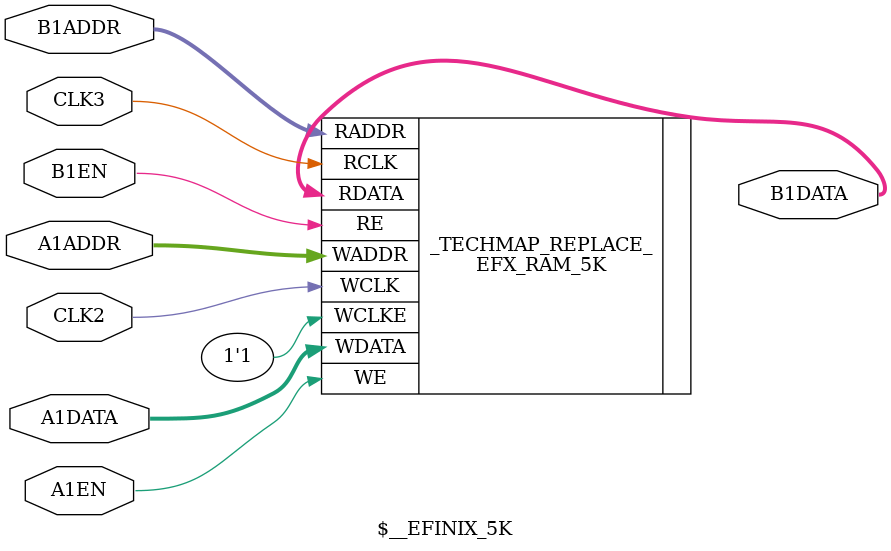
<source format=v>

module \$__EFINIX_5K (CLK2, CLK3, A1ADDR, A1DATA, A1EN, B1ADDR, B1DATA, B1EN);
	parameter CFG_ABITS = 8;
	parameter CFG_DBITS = 20;
	parameter CFG_ENABLE_A = 1;

	parameter CLKPOL2 = 1;
	parameter CLKPOL3 = 1;
	parameter [5119:0] INIT = 5119'bx;
	parameter TRANSP2 = 0;

	input CLK2;
	input CLK3;

	input [CFG_ABITS-1:0] A1ADDR;
	input [CFG_DBITS-1:0] A1DATA;
	input [CFG_ENABLE_A-1:0] A1EN;

	input [CFG_ABITS-1:0] B1ADDR;
	output [CFG_DBITS-1:0] B1DATA;
	input B1EN;

	localparam WRITEMODE_A = TRANSP2 ? "WRITE_FIRST" : "READ_FIRST";

	EFX_RAM_5K #(
   		.READ_WIDTH(CFG_DBITS),
   		.WRITE_WIDTH(CFG_DBITS),
   		.OUTPUT_REG(1'b0),
   		.RCLK_POLARITY(1'b1),
   		.RE_POLARITY(1'b1),
   		.WCLK_POLARITY(1'b1),
   		.WE_POLARITY(1'b1),
   		.WCLKE_POLARITY(1'b1),
   		.WRITE_MODE(WRITEMODE_A),
		.INIT_0(INIT[ 0*256 +: 256]),
		.INIT_1(INIT[ 1*256 +: 256]),
		.INIT_2(INIT[ 2*256 +: 256]),
		.INIT_3(INIT[ 3*256 +: 256]),
		.INIT_4(INIT[ 4*256 +: 256]),
		.INIT_5(INIT[ 5*256 +: 256]),
		.INIT_6(INIT[ 6*256 +: 256]),
		.INIT_7(INIT[ 7*256 +: 256]),
		.INIT_8(INIT[ 8*256 +: 256]),
		.INIT_9(INIT[ 9*256 +: 256]),
		.INIT_A(INIT[10*256 +: 256]),
		.INIT_B(INIT[11*256 +: 256]),
		.INIT_C(INIT[12*256 +: 256]),
		.INIT_D(INIT[13*256 +: 256]),
		.INIT_E(INIT[14*256 +: 256]),
		.INIT_F(INIT[15*256 +: 256]),
		.INIT_10(INIT[16*256 +: 256]),
		.INIT_11(INIT[17*256 +: 256]),
		.INIT_12(INIT[18*256 +: 256]),
		.INIT_13(INIT[19*256 +: 256])
	) _TECHMAP_REPLACE_ (
   		.WDATA(A1DATA),
   		.WADDR(A1ADDR),
   		.WE(A1EN),
   		.WCLK(CLK2),
   		.WCLKE(1'b1),
   		.RDATA(B1DATA),
   		.RADDR(B1ADDR),
   		.RE(B1EN),
   		.RCLK(CLK3)
	);
endmodule

</source>
